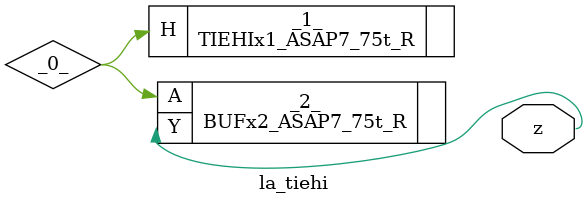
<source format=v>
/* Generated by Yosys 0.37 (git sha1 a5c7f69ed, clang 14.0.0-1ubuntu1.1 -fPIC -Os) */

module la_tiehi(z);
  wire _0_;
  output z;
  wire z;
  TIEHIx1_ASAP7_75t_R _1_ (
    .H(_0_)
  );
  BUFx2_ASAP7_75t_R _2_ (
    .A(_0_),
    .Y(z)
  );
endmodule

</source>
